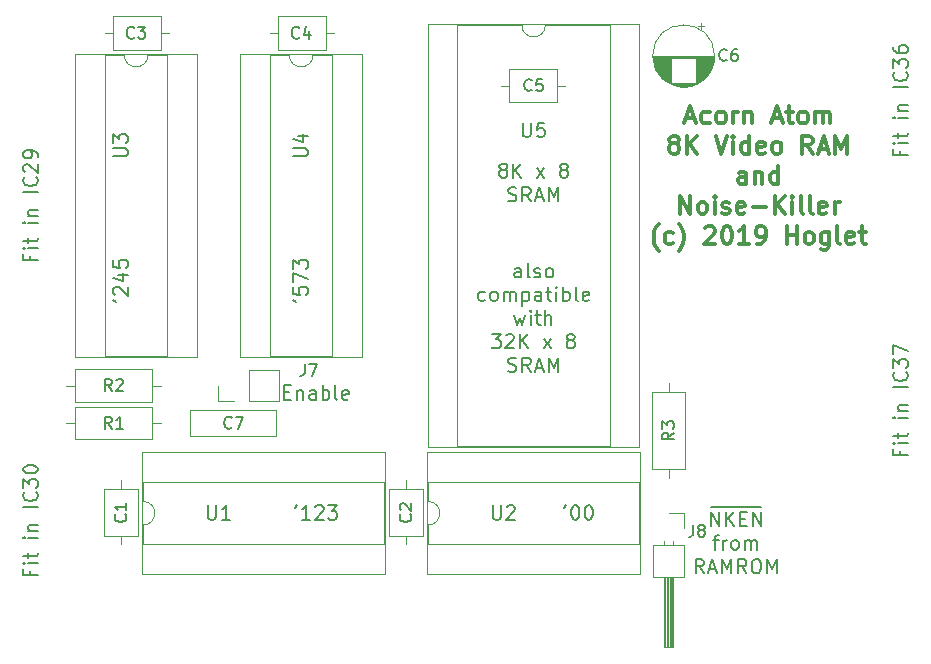
<source format=gto>
G04 #@! TF.GenerationSoftware,KiCad,Pcbnew,5.0.2-bee76a0~70~ubuntu16.04.1*
G04 #@! TF.CreationDate,2019-04-14T18:23:41+01:00*
G04 #@! TF.ProjectId,AtomRamAndNoiseKiller,41746f6d-5261-46d4-916e-644e6f697365,rev?*
G04 #@! TF.SameCoordinates,PX8e4fe28PY93c3260*
G04 #@! TF.FileFunction,Legend,Top*
G04 #@! TF.FilePolarity,Positive*
%FSLAX46Y46*%
G04 Gerber Fmt 4.6, Leading zero omitted, Abs format (unit mm)*
G04 Created by KiCad (PCBNEW 5.0.2-bee76a0~70~ubuntu16.04.1) date Sun 14 Apr 2019 18:23:41 BST*
%MOMM*%
%LPD*%
G01*
G04 APERTURE LIST*
%ADD10C,0.200000*%
%ADD11C,0.300000*%
%ADD12C,0.120000*%
%ADD13C,0.150000*%
G04 APERTURE END LIST*
D10*
X58801000Y7493000D02*
X63068200Y7493000D01*
X23742857Y7642143D02*
X23628571Y7413572D01*
X24885714Y6442143D02*
X24200000Y6442143D01*
X24542857Y6442143D02*
X24542857Y7642143D01*
X24428571Y7470715D01*
X24314285Y7356429D01*
X24200000Y7299286D01*
X25342857Y7527858D02*
X25400000Y7585000D01*
X25514285Y7642143D01*
X25800000Y7642143D01*
X25914285Y7585000D01*
X25971428Y7527858D01*
X26028571Y7413572D01*
X26028571Y7299286D01*
X25971428Y7127858D01*
X25285714Y6442143D01*
X26028571Y6442143D01*
X26428571Y7642143D02*
X27171428Y7642143D01*
X26771428Y7185000D01*
X26942857Y7185000D01*
X27057142Y7127858D01*
X27114285Y7070715D01*
X27171428Y6956429D01*
X27171428Y6670715D01*
X27114285Y6556429D01*
X27057142Y6499286D01*
X26942857Y6442143D01*
X26600000Y6442143D01*
X26485714Y6499286D01*
X26428571Y6556429D01*
X46539285Y7642143D02*
X46425000Y7413572D01*
X47282142Y7642143D02*
X47396428Y7642143D01*
X47510714Y7585000D01*
X47567857Y7527858D01*
X47625000Y7413572D01*
X47682142Y7185000D01*
X47682142Y6899286D01*
X47625000Y6670715D01*
X47567857Y6556429D01*
X47510714Y6499286D01*
X47396428Y6442143D01*
X47282142Y6442143D01*
X47167857Y6499286D01*
X47110714Y6556429D01*
X47053571Y6670715D01*
X46996428Y6899286D01*
X46996428Y7185000D01*
X47053571Y7413572D01*
X47110714Y7527858D01*
X47167857Y7585000D01*
X47282142Y7642143D01*
X48425000Y7642143D02*
X48539285Y7642143D01*
X48653571Y7585000D01*
X48710714Y7527858D01*
X48767857Y7413572D01*
X48825000Y7185000D01*
X48825000Y6899286D01*
X48767857Y6670715D01*
X48710714Y6556429D01*
X48653571Y6499286D01*
X48539285Y6442143D01*
X48425000Y6442143D01*
X48310714Y6499286D01*
X48253571Y6556429D01*
X48196428Y6670715D01*
X48139285Y6899286D01*
X48139285Y7185000D01*
X48196428Y7413572D01*
X48253571Y7527858D01*
X48310714Y7585000D01*
X48425000Y7642143D01*
X23472857Y25012858D02*
X23701428Y24898572D01*
X23472857Y26098572D02*
X23472857Y25527143D01*
X24044285Y25470000D01*
X23987142Y25527143D01*
X23930000Y25641429D01*
X23930000Y25927143D01*
X23987142Y26041429D01*
X24044285Y26098572D01*
X24158571Y26155715D01*
X24444285Y26155715D01*
X24558571Y26098572D01*
X24615714Y26041429D01*
X24672857Y25927143D01*
X24672857Y25641429D01*
X24615714Y25527143D01*
X24558571Y25470000D01*
X23472857Y26555715D02*
X23472857Y27355715D01*
X24672857Y26841429D01*
X23472857Y27698572D02*
X23472857Y28441429D01*
X23930000Y28041429D01*
X23930000Y28212858D01*
X23987142Y28327143D01*
X24044285Y28384286D01*
X24158571Y28441429D01*
X24444285Y28441429D01*
X24558571Y28384286D01*
X24615714Y28327143D01*
X24672857Y28212858D01*
X24672857Y27870000D01*
X24615714Y27755715D01*
X24558571Y27698572D01*
X8232857Y25012858D02*
X8461428Y24898572D01*
X8347142Y25470000D02*
X8290000Y25527143D01*
X8232857Y25641429D01*
X8232857Y25927143D01*
X8290000Y26041429D01*
X8347142Y26098572D01*
X8461428Y26155715D01*
X8575714Y26155715D01*
X8747142Y26098572D01*
X9432857Y25412858D01*
X9432857Y26155715D01*
X8632857Y27184286D02*
X9432857Y27184286D01*
X8175714Y26898572D02*
X9032857Y26612858D01*
X9032857Y27355715D01*
X8232857Y28384286D02*
X8232857Y27812858D01*
X8804285Y27755715D01*
X8747142Y27812858D01*
X8690000Y27927143D01*
X8690000Y28212858D01*
X8747142Y28327143D01*
X8804285Y28384286D01*
X8918571Y28441429D01*
X9204285Y28441429D01*
X9318571Y28384286D01*
X9375714Y28327143D01*
X9432857Y28212858D01*
X9432857Y27927143D01*
X9375714Y27812858D01*
X9318571Y27755715D01*
X42729285Y26952143D02*
X42729285Y27580715D01*
X42672142Y27695000D01*
X42557857Y27752143D01*
X42329285Y27752143D01*
X42215000Y27695000D01*
X42729285Y27009286D02*
X42615000Y26952143D01*
X42329285Y26952143D01*
X42215000Y27009286D01*
X42157857Y27123572D01*
X42157857Y27237858D01*
X42215000Y27352143D01*
X42329285Y27409286D01*
X42615000Y27409286D01*
X42729285Y27466429D01*
X43472142Y26952143D02*
X43357857Y27009286D01*
X43300714Y27123572D01*
X43300714Y28152143D01*
X43872142Y27009286D02*
X43986428Y26952143D01*
X44215000Y26952143D01*
X44329285Y27009286D01*
X44386428Y27123572D01*
X44386428Y27180715D01*
X44329285Y27295000D01*
X44215000Y27352143D01*
X44043571Y27352143D01*
X43929285Y27409286D01*
X43872142Y27523572D01*
X43872142Y27580715D01*
X43929285Y27695000D01*
X44043571Y27752143D01*
X44215000Y27752143D01*
X44329285Y27695000D01*
X45072142Y26952143D02*
X44957857Y27009286D01*
X44900714Y27066429D01*
X44843571Y27180715D01*
X44843571Y27523572D01*
X44900714Y27637858D01*
X44957857Y27695000D01*
X45072142Y27752143D01*
X45243571Y27752143D01*
X45357857Y27695000D01*
X45415000Y27637858D01*
X45472142Y27523572D01*
X45472142Y27180715D01*
X45415000Y27066429D01*
X45357857Y27009286D01*
X45243571Y26952143D01*
X45072142Y26952143D01*
X39672142Y25009286D02*
X39557857Y24952143D01*
X39329285Y24952143D01*
X39215000Y25009286D01*
X39157857Y25066429D01*
X39100714Y25180715D01*
X39100714Y25523572D01*
X39157857Y25637858D01*
X39215000Y25695000D01*
X39329285Y25752143D01*
X39557857Y25752143D01*
X39672142Y25695000D01*
X40357857Y24952143D02*
X40243571Y25009286D01*
X40186428Y25066429D01*
X40129285Y25180715D01*
X40129285Y25523572D01*
X40186428Y25637858D01*
X40243571Y25695000D01*
X40357857Y25752143D01*
X40529285Y25752143D01*
X40643571Y25695000D01*
X40700714Y25637858D01*
X40757857Y25523572D01*
X40757857Y25180715D01*
X40700714Y25066429D01*
X40643571Y25009286D01*
X40529285Y24952143D01*
X40357857Y24952143D01*
X41272142Y24952143D02*
X41272142Y25752143D01*
X41272142Y25637858D02*
X41329285Y25695000D01*
X41443571Y25752143D01*
X41615000Y25752143D01*
X41729285Y25695000D01*
X41786428Y25580715D01*
X41786428Y24952143D01*
X41786428Y25580715D02*
X41843571Y25695000D01*
X41957857Y25752143D01*
X42129285Y25752143D01*
X42243571Y25695000D01*
X42300714Y25580715D01*
X42300714Y24952143D01*
X42872142Y25752143D02*
X42872142Y24552143D01*
X42872142Y25695000D02*
X42986428Y25752143D01*
X43215000Y25752143D01*
X43329285Y25695000D01*
X43386428Y25637858D01*
X43443571Y25523572D01*
X43443571Y25180715D01*
X43386428Y25066429D01*
X43329285Y25009286D01*
X43215000Y24952143D01*
X42986428Y24952143D01*
X42872142Y25009286D01*
X44472142Y24952143D02*
X44472142Y25580715D01*
X44415000Y25695000D01*
X44300714Y25752143D01*
X44072142Y25752143D01*
X43957857Y25695000D01*
X44472142Y25009286D02*
X44357857Y24952143D01*
X44072142Y24952143D01*
X43957857Y25009286D01*
X43900714Y25123572D01*
X43900714Y25237858D01*
X43957857Y25352143D01*
X44072142Y25409286D01*
X44357857Y25409286D01*
X44472142Y25466429D01*
X44872142Y25752143D02*
X45329285Y25752143D01*
X45043571Y26152143D02*
X45043571Y25123572D01*
X45100714Y25009286D01*
X45215000Y24952143D01*
X45329285Y24952143D01*
X45729285Y24952143D02*
X45729285Y25752143D01*
X45729285Y26152143D02*
X45672142Y26095000D01*
X45729285Y26037858D01*
X45786428Y26095000D01*
X45729285Y26152143D01*
X45729285Y26037858D01*
X46300714Y24952143D02*
X46300714Y26152143D01*
X46300714Y25695000D02*
X46415000Y25752143D01*
X46643571Y25752143D01*
X46757857Y25695000D01*
X46815000Y25637858D01*
X46872142Y25523572D01*
X46872142Y25180715D01*
X46815000Y25066429D01*
X46757857Y25009286D01*
X46643571Y24952143D01*
X46415000Y24952143D01*
X46300714Y25009286D01*
X47557857Y24952143D02*
X47443571Y25009286D01*
X47386428Y25123572D01*
X47386428Y26152143D01*
X48472142Y25009286D02*
X48357857Y24952143D01*
X48129285Y24952143D01*
X48015000Y25009286D01*
X47957857Y25123572D01*
X47957857Y25580715D01*
X48015000Y25695000D01*
X48129285Y25752143D01*
X48357857Y25752143D01*
X48472142Y25695000D01*
X48529285Y25580715D01*
X48529285Y25466429D01*
X47957857Y25352143D01*
X42186428Y23752143D02*
X42415000Y22952143D01*
X42643571Y23523572D01*
X42872142Y22952143D01*
X43100714Y23752143D01*
X43557857Y22952143D02*
X43557857Y23752143D01*
X43557857Y24152143D02*
X43500714Y24095000D01*
X43557857Y24037858D01*
X43615000Y24095000D01*
X43557857Y24152143D01*
X43557857Y24037858D01*
X43957857Y23752143D02*
X44415000Y23752143D01*
X44129285Y24152143D02*
X44129285Y23123572D01*
X44186428Y23009286D01*
X44300714Y22952143D01*
X44415000Y22952143D01*
X44815000Y22952143D02*
X44815000Y24152143D01*
X45329285Y22952143D02*
X45329285Y23580715D01*
X45272142Y23695000D01*
X45157857Y23752143D01*
X44986428Y23752143D01*
X44872142Y23695000D01*
X44815000Y23637858D01*
X40272142Y22152143D02*
X41015000Y22152143D01*
X40615000Y21695000D01*
X40786428Y21695000D01*
X40900714Y21637858D01*
X40957857Y21580715D01*
X41015000Y21466429D01*
X41015000Y21180715D01*
X40957857Y21066429D01*
X40900714Y21009286D01*
X40786428Y20952143D01*
X40443571Y20952143D01*
X40329285Y21009286D01*
X40272142Y21066429D01*
X41472142Y22037858D02*
X41529285Y22095000D01*
X41643571Y22152143D01*
X41929285Y22152143D01*
X42043571Y22095000D01*
X42100714Y22037858D01*
X42157857Y21923572D01*
X42157857Y21809286D01*
X42100714Y21637858D01*
X41415000Y20952143D01*
X42157857Y20952143D01*
X42672142Y20952143D02*
X42672142Y22152143D01*
X43357857Y20952143D02*
X42843571Y21637858D01*
X43357857Y22152143D02*
X42672142Y21466429D01*
X44672142Y20952143D02*
X45300714Y21752143D01*
X44672142Y21752143D02*
X45300714Y20952143D01*
X46843571Y21637858D02*
X46729285Y21695000D01*
X46672142Y21752143D01*
X46615000Y21866429D01*
X46615000Y21923572D01*
X46672142Y22037858D01*
X46729285Y22095000D01*
X46843571Y22152143D01*
X47072142Y22152143D01*
X47186428Y22095000D01*
X47243571Y22037858D01*
X47300714Y21923572D01*
X47300714Y21866429D01*
X47243571Y21752143D01*
X47186428Y21695000D01*
X47072142Y21637858D01*
X46843571Y21637858D01*
X46729285Y21580715D01*
X46672142Y21523572D01*
X46615000Y21409286D01*
X46615000Y21180715D01*
X46672142Y21066429D01*
X46729285Y21009286D01*
X46843571Y20952143D01*
X47072142Y20952143D01*
X47186428Y21009286D01*
X47243571Y21066429D01*
X47300714Y21180715D01*
X47300714Y21409286D01*
X47243571Y21523572D01*
X47186428Y21580715D01*
X47072142Y21637858D01*
X41672142Y19009286D02*
X41843571Y18952143D01*
X42129285Y18952143D01*
X42243571Y19009286D01*
X42300714Y19066429D01*
X42357857Y19180715D01*
X42357857Y19295000D01*
X42300714Y19409286D01*
X42243571Y19466429D01*
X42129285Y19523572D01*
X41900714Y19580715D01*
X41786428Y19637858D01*
X41729285Y19695000D01*
X41672142Y19809286D01*
X41672142Y19923572D01*
X41729285Y20037858D01*
X41786428Y20095000D01*
X41900714Y20152143D01*
X42186428Y20152143D01*
X42357857Y20095000D01*
X43557857Y18952143D02*
X43157857Y19523572D01*
X42872142Y18952143D02*
X42872142Y20152143D01*
X43329285Y20152143D01*
X43443571Y20095000D01*
X43500714Y20037858D01*
X43557857Y19923572D01*
X43557857Y19752143D01*
X43500714Y19637858D01*
X43443571Y19580715D01*
X43329285Y19523572D01*
X42872142Y19523572D01*
X44015000Y19295000D02*
X44586428Y19295000D01*
X43900714Y18952143D02*
X44300714Y20152143D01*
X44700714Y18952143D01*
X45100714Y18952143D02*
X45100714Y20152143D01*
X45500714Y19295000D01*
X45900714Y20152143D01*
X45900714Y18952143D01*
X74844285Y12281429D02*
X74844285Y11881429D01*
X75472857Y11881429D02*
X74272857Y11881429D01*
X74272857Y12452858D01*
X75472857Y12910000D02*
X74672857Y12910000D01*
X74272857Y12910000D02*
X74330000Y12852858D01*
X74387142Y12910000D01*
X74330000Y12967143D01*
X74272857Y12910000D01*
X74387142Y12910000D01*
X74672857Y13310000D02*
X74672857Y13767143D01*
X74272857Y13481429D02*
X75301428Y13481429D01*
X75415714Y13538572D01*
X75472857Y13652858D01*
X75472857Y13767143D01*
X75472857Y15081429D02*
X74672857Y15081429D01*
X74272857Y15081429D02*
X74330000Y15024286D01*
X74387142Y15081429D01*
X74330000Y15138572D01*
X74272857Y15081429D01*
X74387142Y15081429D01*
X74672857Y15652858D02*
X75472857Y15652858D01*
X74787142Y15652858D02*
X74730000Y15710000D01*
X74672857Y15824286D01*
X74672857Y15995715D01*
X74730000Y16110000D01*
X74844285Y16167143D01*
X75472857Y16167143D01*
X75472857Y17652858D02*
X74272857Y17652858D01*
X75358571Y18910000D02*
X75415714Y18852858D01*
X75472857Y18681429D01*
X75472857Y18567143D01*
X75415714Y18395715D01*
X75301428Y18281429D01*
X75187142Y18224286D01*
X74958571Y18167143D01*
X74787142Y18167143D01*
X74558571Y18224286D01*
X74444285Y18281429D01*
X74330000Y18395715D01*
X74272857Y18567143D01*
X74272857Y18681429D01*
X74330000Y18852858D01*
X74387142Y18910000D01*
X74272857Y19310000D02*
X74272857Y20052858D01*
X74730000Y19652858D01*
X74730000Y19824286D01*
X74787142Y19938572D01*
X74844285Y19995715D01*
X74958571Y20052858D01*
X75244285Y20052858D01*
X75358571Y19995715D01*
X75415714Y19938572D01*
X75472857Y19824286D01*
X75472857Y19481429D01*
X75415714Y19367143D01*
X75358571Y19310000D01*
X74272857Y20452858D02*
X74272857Y21252858D01*
X75472857Y20738572D01*
X74844285Y37681429D02*
X74844285Y37281429D01*
X75472857Y37281429D02*
X74272857Y37281429D01*
X74272857Y37852858D01*
X75472857Y38310000D02*
X74672857Y38310000D01*
X74272857Y38310000D02*
X74330000Y38252858D01*
X74387142Y38310000D01*
X74330000Y38367143D01*
X74272857Y38310000D01*
X74387142Y38310000D01*
X74672857Y38710000D02*
X74672857Y39167143D01*
X74272857Y38881429D02*
X75301428Y38881429D01*
X75415714Y38938572D01*
X75472857Y39052858D01*
X75472857Y39167143D01*
X75472857Y40481429D02*
X74672857Y40481429D01*
X74272857Y40481429D02*
X74330000Y40424286D01*
X74387142Y40481429D01*
X74330000Y40538572D01*
X74272857Y40481429D01*
X74387142Y40481429D01*
X74672857Y41052858D02*
X75472857Y41052858D01*
X74787142Y41052858D02*
X74730000Y41110000D01*
X74672857Y41224286D01*
X74672857Y41395715D01*
X74730000Y41510000D01*
X74844285Y41567143D01*
X75472857Y41567143D01*
X75472857Y43052858D02*
X74272857Y43052858D01*
X75358571Y44310000D02*
X75415714Y44252858D01*
X75472857Y44081429D01*
X75472857Y43967143D01*
X75415714Y43795715D01*
X75301428Y43681429D01*
X75187142Y43624286D01*
X74958571Y43567143D01*
X74787142Y43567143D01*
X74558571Y43624286D01*
X74444285Y43681429D01*
X74330000Y43795715D01*
X74272857Y43967143D01*
X74272857Y44081429D01*
X74330000Y44252858D01*
X74387142Y44310000D01*
X74272857Y44710000D02*
X74272857Y45452858D01*
X74730000Y45052858D01*
X74730000Y45224286D01*
X74787142Y45338572D01*
X74844285Y45395715D01*
X74958571Y45452858D01*
X75244285Y45452858D01*
X75358571Y45395715D01*
X75415714Y45338572D01*
X75472857Y45224286D01*
X75472857Y44881429D01*
X75415714Y44767143D01*
X75358571Y44710000D01*
X74272857Y46481429D02*
X74272857Y46252858D01*
X74330000Y46138572D01*
X74387142Y46081429D01*
X74558571Y45967143D01*
X74787142Y45910000D01*
X75244285Y45910000D01*
X75358571Y45967143D01*
X75415714Y46024286D01*
X75472857Y46138572D01*
X75472857Y46367143D01*
X75415714Y46481429D01*
X75358571Y46538572D01*
X75244285Y46595715D01*
X74958571Y46595715D01*
X74844285Y46538572D01*
X74787142Y46481429D01*
X74730000Y46367143D01*
X74730000Y46138572D01*
X74787142Y46024286D01*
X74844285Y45967143D01*
X74958571Y45910000D01*
X58845714Y5902143D02*
X58845714Y7102143D01*
X59531428Y5902143D01*
X59531428Y7102143D01*
X60102857Y5902143D02*
X60102857Y7102143D01*
X60788571Y5902143D02*
X60274285Y6587858D01*
X60788571Y7102143D02*
X60102857Y6416429D01*
X61302857Y6530715D02*
X61702857Y6530715D01*
X61874285Y5902143D02*
X61302857Y5902143D01*
X61302857Y7102143D01*
X61874285Y7102143D01*
X62388571Y5902143D02*
X62388571Y7102143D01*
X63074285Y5902143D01*
X63074285Y7102143D01*
X59017142Y4702143D02*
X59474285Y4702143D01*
X59188571Y3902143D02*
X59188571Y4930715D01*
X59245714Y5045000D01*
X59360000Y5102143D01*
X59474285Y5102143D01*
X59874285Y3902143D02*
X59874285Y4702143D01*
X59874285Y4473572D02*
X59931428Y4587858D01*
X59988571Y4645000D01*
X60102857Y4702143D01*
X60217142Y4702143D01*
X60788571Y3902143D02*
X60674285Y3959286D01*
X60617142Y4016429D01*
X60560000Y4130715D01*
X60560000Y4473572D01*
X60617142Y4587858D01*
X60674285Y4645000D01*
X60788571Y4702143D01*
X60960000Y4702143D01*
X61074285Y4645000D01*
X61131428Y4587858D01*
X61188571Y4473572D01*
X61188571Y4130715D01*
X61131428Y4016429D01*
X61074285Y3959286D01*
X60960000Y3902143D01*
X60788571Y3902143D01*
X61702857Y3902143D02*
X61702857Y4702143D01*
X61702857Y4587858D02*
X61760000Y4645000D01*
X61874285Y4702143D01*
X62045714Y4702143D01*
X62160000Y4645000D01*
X62217142Y4530715D01*
X62217142Y3902143D01*
X62217142Y4530715D02*
X62274285Y4645000D01*
X62388571Y4702143D01*
X62560000Y4702143D01*
X62674285Y4645000D01*
X62731428Y4530715D01*
X62731428Y3902143D01*
X58217142Y1902143D02*
X57817142Y2473572D01*
X57531428Y1902143D02*
X57531428Y3102143D01*
X57988571Y3102143D01*
X58102857Y3045000D01*
X58160000Y2987858D01*
X58217142Y2873572D01*
X58217142Y2702143D01*
X58160000Y2587858D01*
X58102857Y2530715D01*
X57988571Y2473572D01*
X57531428Y2473572D01*
X58674285Y2245000D02*
X59245714Y2245000D01*
X58560000Y1902143D02*
X58960000Y3102143D01*
X59360000Y1902143D01*
X59760000Y1902143D02*
X59760000Y3102143D01*
X60160000Y2245000D01*
X60560000Y3102143D01*
X60560000Y1902143D01*
X61817142Y1902143D02*
X61417142Y2473572D01*
X61131428Y1902143D02*
X61131428Y3102143D01*
X61588571Y3102143D01*
X61702857Y3045000D01*
X61760000Y2987858D01*
X61817142Y2873572D01*
X61817142Y2702143D01*
X61760000Y2587858D01*
X61702857Y2530715D01*
X61588571Y2473572D01*
X61131428Y2473572D01*
X62560000Y3102143D02*
X62788571Y3102143D01*
X62902857Y3045000D01*
X63017142Y2930715D01*
X63074285Y2702143D01*
X63074285Y2302143D01*
X63017142Y2073572D01*
X62902857Y1959286D01*
X62788571Y1902143D01*
X62560000Y1902143D01*
X62445714Y1959286D01*
X62331428Y2073572D01*
X62274285Y2302143D01*
X62274285Y2702143D01*
X62331428Y2930715D01*
X62445714Y3045000D01*
X62560000Y3102143D01*
X63588571Y1902143D02*
X63588571Y3102143D01*
X63988571Y2245000D01*
X64388571Y3102143D01*
X64388571Y1902143D01*
X22685714Y17230715D02*
X23085714Y17230715D01*
X23257142Y16602143D02*
X22685714Y16602143D01*
X22685714Y17802143D01*
X23257142Y17802143D01*
X23771428Y17402143D02*
X23771428Y16602143D01*
X23771428Y17287858D02*
X23828571Y17345000D01*
X23942857Y17402143D01*
X24114285Y17402143D01*
X24228571Y17345000D01*
X24285714Y17230715D01*
X24285714Y16602143D01*
X25371428Y16602143D02*
X25371428Y17230715D01*
X25314285Y17345000D01*
X25200000Y17402143D01*
X24971428Y17402143D01*
X24857142Y17345000D01*
X25371428Y16659286D02*
X25257142Y16602143D01*
X24971428Y16602143D01*
X24857142Y16659286D01*
X24800000Y16773572D01*
X24800000Y16887858D01*
X24857142Y17002143D01*
X24971428Y17059286D01*
X25257142Y17059286D01*
X25371428Y17116429D01*
X25942857Y16602143D02*
X25942857Y17802143D01*
X25942857Y17345000D02*
X26057142Y17402143D01*
X26285714Y17402143D01*
X26400000Y17345000D01*
X26457142Y17287858D01*
X26514285Y17173572D01*
X26514285Y16830715D01*
X26457142Y16716429D01*
X26400000Y16659286D01*
X26285714Y16602143D01*
X26057142Y16602143D01*
X25942857Y16659286D01*
X27200000Y16602143D02*
X27085714Y16659286D01*
X27028571Y16773572D01*
X27028571Y17802143D01*
X28114285Y16659286D02*
X28000000Y16602143D01*
X27771428Y16602143D01*
X27657142Y16659286D01*
X27600000Y16773572D01*
X27600000Y17230715D01*
X27657142Y17345000D01*
X27771428Y17402143D01*
X28000000Y17402143D01*
X28114285Y17345000D01*
X28171428Y17230715D01*
X28171428Y17116429D01*
X27600000Y17002143D01*
X1184285Y2121429D02*
X1184285Y1721429D01*
X1812857Y1721429D02*
X612857Y1721429D01*
X612857Y2292858D01*
X1812857Y2750000D02*
X1012857Y2750000D01*
X612857Y2750000D02*
X670000Y2692858D01*
X727142Y2750000D01*
X670000Y2807143D01*
X612857Y2750000D01*
X727142Y2750000D01*
X1012857Y3150000D02*
X1012857Y3607143D01*
X612857Y3321429D02*
X1641428Y3321429D01*
X1755714Y3378572D01*
X1812857Y3492858D01*
X1812857Y3607143D01*
X1812857Y4921429D02*
X1012857Y4921429D01*
X612857Y4921429D02*
X670000Y4864286D01*
X727142Y4921429D01*
X670000Y4978572D01*
X612857Y4921429D01*
X727142Y4921429D01*
X1012857Y5492858D02*
X1812857Y5492858D01*
X1127142Y5492858D02*
X1070000Y5550000D01*
X1012857Y5664286D01*
X1012857Y5835715D01*
X1070000Y5950000D01*
X1184285Y6007143D01*
X1812857Y6007143D01*
X1812857Y7492858D02*
X612857Y7492858D01*
X1698571Y8750000D02*
X1755714Y8692858D01*
X1812857Y8521429D01*
X1812857Y8407143D01*
X1755714Y8235715D01*
X1641428Y8121429D01*
X1527142Y8064286D01*
X1298571Y8007143D01*
X1127142Y8007143D01*
X898571Y8064286D01*
X784285Y8121429D01*
X670000Y8235715D01*
X612857Y8407143D01*
X612857Y8521429D01*
X670000Y8692858D01*
X727142Y8750000D01*
X612857Y9150000D02*
X612857Y9892858D01*
X1070000Y9492858D01*
X1070000Y9664286D01*
X1127142Y9778572D01*
X1184285Y9835715D01*
X1298571Y9892858D01*
X1584285Y9892858D01*
X1698571Y9835715D01*
X1755714Y9778572D01*
X1812857Y9664286D01*
X1812857Y9321429D01*
X1755714Y9207143D01*
X1698571Y9150000D01*
X612857Y10635715D02*
X612857Y10750000D01*
X670000Y10864286D01*
X727142Y10921429D01*
X841428Y10978572D01*
X1070000Y11035715D01*
X1355714Y11035715D01*
X1584285Y10978572D01*
X1698571Y10921429D01*
X1755714Y10864286D01*
X1812857Y10750000D01*
X1812857Y10635715D01*
X1755714Y10521429D01*
X1698571Y10464286D01*
X1584285Y10407143D01*
X1355714Y10350000D01*
X1070000Y10350000D01*
X841428Y10407143D01*
X727142Y10464286D01*
X670000Y10521429D01*
X612857Y10635715D01*
X1184285Y28791429D02*
X1184285Y28391429D01*
X1812857Y28391429D02*
X612857Y28391429D01*
X612857Y28962858D01*
X1812857Y29420000D02*
X1012857Y29420000D01*
X612857Y29420000D02*
X670000Y29362858D01*
X727142Y29420000D01*
X670000Y29477143D01*
X612857Y29420000D01*
X727142Y29420000D01*
X1012857Y29820000D02*
X1012857Y30277143D01*
X612857Y29991429D02*
X1641428Y29991429D01*
X1755714Y30048572D01*
X1812857Y30162858D01*
X1812857Y30277143D01*
X1812857Y31591429D02*
X1012857Y31591429D01*
X612857Y31591429D02*
X670000Y31534286D01*
X727142Y31591429D01*
X670000Y31648572D01*
X612857Y31591429D01*
X727142Y31591429D01*
X1012857Y32162858D02*
X1812857Y32162858D01*
X1127142Y32162858D02*
X1070000Y32220000D01*
X1012857Y32334286D01*
X1012857Y32505715D01*
X1070000Y32620000D01*
X1184285Y32677143D01*
X1812857Y32677143D01*
X1812857Y34162858D02*
X612857Y34162858D01*
X1698571Y35420000D02*
X1755714Y35362858D01*
X1812857Y35191429D01*
X1812857Y35077143D01*
X1755714Y34905715D01*
X1641428Y34791429D01*
X1527142Y34734286D01*
X1298571Y34677143D01*
X1127142Y34677143D01*
X898571Y34734286D01*
X784285Y34791429D01*
X670000Y34905715D01*
X612857Y35077143D01*
X612857Y35191429D01*
X670000Y35362858D01*
X727142Y35420000D01*
X727142Y35877143D02*
X670000Y35934286D01*
X612857Y36048572D01*
X612857Y36334286D01*
X670000Y36448572D01*
X727142Y36505715D01*
X841428Y36562858D01*
X955714Y36562858D01*
X1127142Y36505715D01*
X1812857Y35820000D01*
X1812857Y36562858D01*
X1812857Y37134286D02*
X1812857Y37362858D01*
X1755714Y37477143D01*
X1698571Y37534286D01*
X1527142Y37648572D01*
X1298571Y37705715D01*
X841428Y37705715D01*
X727142Y37648572D01*
X670000Y37591429D01*
X612857Y37477143D01*
X612857Y37248572D01*
X670000Y37134286D01*
X727142Y37077143D01*
X841428Y37020000D01*
X1127142Y37020000D01*
X1241428Y37077143D01*
X1298571Y37134286D01*
X1355714Y37248572D01*
X1355714Y37477143D01*
X1298571Y37591429D01*
X1241428Y37648572D01*
X1127142Y37705715D01*
D11*
X56722142Y40410000D02*
X57436428Y40410000D01*
X56579285Y39981429D02*
X57079285Y41481429D01*
X57579285Y39981429D01*
X58722142Y40052858D02*
X58579285Y39981429D01*
X58293571Y39981429D01*
X58150714Y40052858D01*
X58079285Y40124286D01*
X58007857Y40267143D01*
X58007857Y40695715D01*
X58079285Y40838572D01*
X58150714Y40910000D01*
X58293571Y40981429D01*
X58579285Y40981429D01*
X58722142Y40910000D01*
X59579285Y39981429D02*
X59436428Y40052858D01*
X59365000Y40124286D01*
X59293571Y40267143D01*
X59293571Y40695715D01*
X59365000Y40838572D01*
X59436428Y40910000D01*
X59579285Y40981429D01*
X59793571Y40981429D01*
X59936428Y40910000D01*
X60007857Y40838572D01*
X60079285Y40695715D01*
X60079285Y40267143D01*
X60007857Y40124286D01*
X59936428Y40052858D01*
X59793571Y39981429D01*
X59579285Y39981429D01*
X60722142Y39981429D02*
X60722142Y40981429D01*
X60722142Y40695715D02*
X60793571Y40838572D01*
X60865000Y40910000D01*
X61007857Y40981429D01*
X61150714Y40981429D01*
X61650714Y40981429D02*
X61650714Y39981429D01*
X61650714Y40838572D02*
X61722142Y40910000D01*
X61865000Y40981429D01*
X62079285Y40981429D01*
X62222142Y40910000D01*
X62293571Y40767143D01*
X62293571Y39981429D01*
X64079285Y40410000D02*
X64793571Y40410000D01*
X63936428Y39981429D02*
X64436428Y41481429D01*
X64936428Y39981429D01*
X65222142Y40981429D02*
X65793571Y40981429D01*
X65436428Y41481429D02*
X65436428Y40195715D01*
X65507857Y40052858D01*
X65650714Y39981429D01*
X65793571Y39981429D01*
X66507857Y39981429D02*
X66365000Y40052858D01*
X66293571Y40124286D01*
X66222142Y40267143D01*
X66222142Y40695715D01*
X66293571Y40838572D01*
X66365000Y40910000D01*
X66507857Y40981429D01*
X66722142Y40981429D01*
X66865000Y40910000D01*
X66936428Y40838572D01*
X67007857Y40695715D01*
X67007857Y40267143D01*
X66936428Y40124286D01*
X66865000Y40052858D01*
X66722142Y39981429D01*
X66507857Y39981429D01*
X67650714Y39981429D02*
X67650714Y40981429D01*
X67650714Y40838572D02*
X67722142Y40910000D01*
X67865000Y40981429D01*
X68079285Y40981429D01*
X68222142Y40910000D01*
X68293571Y40767143D01*
X68293571Y39981429D01*
X68293571Y40767143D02*
X68365000Y40910000D01*
X68507857Y40981429D01*
X68722142Y40981429D01*
X68865000Y40910000D01*
X68936428Y40767143D01*
X68936428Y39981429D01*
X55579285Y38288572D02*
X55436428Y38360000D01*
X55365000Y38431429D01*
X55293571Y38574286D01*
X55293571Y38645715D01*
X55365000Y38788572D01*
X55436428Y38860000D01*
X55579285Y38931429D01*
X55865000Y38931429D01*
X56007857Y38860000D01*
X56079285Y38788572D01*
X56150714Y38645715D01*
X56150714Y38574286D01*
X56079285Y38431429D01*
X56007857Y38360000D01*
X55865000Y38288572D01*
X55579285Y38288572D01*
X55436428Y38217143D01*
X55365000Y38145715D01*
X55293571Y38002858D01*
X55293571Y37717143D01*
X55365000Y37574286D01*
X55436428Y37502858D01*
X55579285Y37431429D01*
X55865000Y37431429D01*
X56007857Y37502858D01*
X56079285Y37574286D01*
X56150714Y37717143D01*
X56150714Y38002858D01*
X56079285Y38145715D01*
X56007857Y38217143D01*
X55865000Y38288572D01*
X56793571Y37431429D02*
X56793571Y38931429D01*
X57650714Y37431429D02*
X57007857Y38288572D01*
X57650714Y38931429D02*
X56793571Y38074286D01*
X59222142Y38931429D02*
X59722142Y37431429D01*
X60222142Y38931429D01*
X60722142Y37431429D02*
X60722142Y38431429D01*
X60722142Y38931429D02*
X60650714Y38860000D01*
X60722142Y38788572D01*
X60793571Y38860000D01*
X60722142Y38931429D01*
X60722142Y38788572D01*
X62079285Y37431429D02*
X62079285Y38931429D01*
X62079285Y37502858D02*
X61936428Y37431429D01*
X61650714Y37431429D01*
X61507857Y37502858D01*
X61436428Y37574286D01*
X61365000Y37717143D01*
X61365000Y38145715D01*
X61436428Y38288572D01*
X61507857Y38360000D01*
X61650714Y38431429D01*
X61936428Y38431429D01*
X62079285Y38360000D01*
X63365000Y37502858D02*
X63222142Y37431429D01*
X62936428Y37431429D01*
X62793571Y37502858D01*
X62722142Y37645715D01*
X62722142Y38217143D01*
X62793571Y38360000D01*
X62936428Y38431429D01*
X63222142Y38431429D01*
X63365000Y38360000D01*
X63436428Y38217143D01*
X63436428Y38074286D01*
X62722142Y37931429D01*
X64293571Y37431429D02*
X64150714Y37502858D01*
X64079285Y37574286D01*
X64007857Y37717143D01*
X64007857Y38145715D01*
X64079285Y38288572D01*
X64150714Y38360000D01*
X64293571Y38431429D01*
X64507857Y38431429D01*
X64650714Y38360000D01*
X64722142Y38288572D01*
X64793571Y38145715D01*
X64793571Y37717143D01*
X64722142Y37574286D01*
X64650714Y37502858D01*
X64507857Y37431429D01*
X64293571Y37431429D01*
X67436428Y37431429D02*
X66936428Y38145715D01*
X66579285Y37431429D02*
X66579285Y38931429D01*
X67150714Y38931429D01*
X67293571Y38860000D01*
X67365000Y38788572D01*
X67436428Y38645715D01*
X67436428Y38431429D01*
X67365000Y38288572D01*
X67293571Y38217143D01*
X67150714Y38145715D01*
X66579285Y38145715D01*
X68007857Y37860000D02*
X68722142Y37860000D01*
X67865000Y37431429D02*
X68365000Y38931429D01*
X68865000Y37431429D01*
X69365000Y37431429D02*
X69365000Y38931429D01*
X69865000Y37860000D01*
X70365000Y38931429D01*
X70365000Y37431429D01*
X61829285Y34881429D02*
X61829285Y35667143D01*
X61757857Y35810000D01*
X61615000Y35881429D01*
X61329285Y35881429D01*
X61186428Y35810000D01*
X61829285Y34952858D02*
X61686428Y34881429D01*
X61329285Y34881429D01*
X61186428Y34952858D01*
X61115000Y35095715D01*
X61115000Y35238572D01*
X61186428Y35381429D01*
X61329285Y35452858D01*
X61686428Y35452858D01*
X61829285Y35524286D01*
X62543571Y35881429D02*
X62543571Y34881429D01*
X62543571Y35738572D02*
X62615000Y35810000D01*
X62757857Y35881429D01*
X62972142Y35881429D01*
X63115000Y35810000D01*
X63186428Y35667143D01*
X63186428Y34881429D01*
X64543571Y34881429D02*
X64543571Y36381429D01*
X64543571Y34952858D02*
X64400714Y34881429D01*
X64115000Y34881429D01*
X63972142Y34952858D01*
X63900714Y35024286D01*
X63829285Y35167143D01*
X63829285Y35595715D01*
X63900714Y35738572D01*
X63972142Y35810000D01*
X64115000Y35881429D01*
X64400714Y35881429D01*
X64543571Y35810000D01*
X56222142Y32331429D02*
X56222142Y33831429D01*
X57079285Y32331429D01*
X57079285Y33831429D01*
X58007857Y32331429D02*
X57865000Y32402858D01*
X57793571Y32474286D01*
X57722142Y32617143D01*
X57722142Y33045715D01*
X57793571Y33188572D01*
X57865000Y33260000D01*
X58007857Y33331429D01*
X58222142Y33331429D01*
X58365000Y33260000D01*
X58436428Y33188572D01*
X58507857Y33045715D01*
X58507857Y32617143D01*
X58436428Y32474286D01*
X58365000Y32402858D01*
X58222142Y32331429D01*
X58007857Y32331429D01*
X59150714Y32331429D02*
X59150714Y33331429D01*
X59150714Y33831429D02*
X59079285Y33760000D01*
X59150714Y33688572D01*
X59222142Y33760000D01*
X59150714Y33831429D01*
X59150714Y33688572D01*
X59793571Y32402858D02*
X59936428Y32331429D01*
X60222142Y32331429D01*
X60365000Y32402858D01*
X60436428Y32545715D01*
X60436428Y32617143D01*
X60365000Y32760000D01*
X60222142Y32831429D01*
X60007857Y32831429D01*
X59865000Y32902858D01*
X59793571Y33045715D01*
X59793571Y33117143D01*
X59865000Y33260000D01*
X60007857Y33331429D01*
X60222142Y33331429D01*
X60365000Y33260000D01*
X61650714Y32402858D02*
X61507857Y32331429D01*
X61222142Y32331429D01*
X61079285Y32402858D01*
X61007857Y32545715D01*
X61007857Y33117143D01*
X61079285Y33260000D01*
X61222142Y33331429D01*
X61507857Y33331429D01*
X61650714Y33260000D01*
X61722142Y33117143D01*
X61722142Y32974286D01*
X61007857Y32831429D01*
X62365000Y32902858D02*
X63507857Y32902858D01*
X64222142Y32331429D02*
X64222142Y33831429D01*
X65079285Y32331429D02*
X64436428Y33188572D01*
X65079285Y33831429D02*
X64222142Y32974286D01*
X65722142Y32331429D02*
X65722142Y33331429D01*
X65722142Y33831429D02*
X65650714Y33760000D01*
X65722142Y33688572D01*
X65793571Y33760000D01*
X65722142Y33831429D01*
X65722142Y33688572D01*
X66650714Y32331429D02*
X66507857Y32402858D01*
X66436428Y32545715D01*
X66436428Y33831429D01*
X67436428Y32331429D02*
X67293571Y32402858D01*
X67222142Y32545715D01*
X67222142Y33831429D01*
X68579285Y32402858D02*
X68436428Y32331429D01*
X68150714Y32331429D01*
X68007857Y32402858D01*
X67936428Y32545715D01*
X67936428Y33117143D01*
X68007857Y33260000D01*
X68150714Y33331429D01*
X68436428Y33331429D01*
X68579285Y33260000D01*
X68650714Y33117143D01*
X68650714Y32974286D01*
X67936428Y32831429D01*
X69293571Y32331429D02*
X69293571Y33331429D01*
X69293571Y33045715D02*
X69365000Y33188572D01*
X69436428Y33260000D01*
X69579285Y33331429D01*
X69722142Y33331429D01*
X54400714Y29210000D02*
X54329285Y29281429D01*
X54186428Y29495715D01*
X54115000Y29638572D01*
X54043571Y29852858D01*
X53972142Y30210000D01*
X53972142Y30495715D01*
X54043571Y30852858D01*
X54115000Y31067143D01*
X54186428Y31210000D01*
X54329285Y31424286D01*
X54400714Y31495715D01*
X55615000Y29852858D02*
X55472142Y29781429D01*
X55186428Y29781429D01*
X55043571Y29852858D01*
X54972142Y29924286D01*
X54900714Y30067143D01*
X54900714Y30495715D01*
X54972142Y30638572D01*
X55043571Y30710000D01*
X55186428Y30781429D01*
X55472142Y30781429D01*
X55615000Y30710000D01*
X56115000Y29210000D02*
X56186428Y29281429D01*
X56329285Y29495715D01*
X56400714Y29638572D01*
X56472142Y29852858D01*
X56543571Y30210000D01*
X56543571Y30495715D01*
X56472142Y30852858D01*
X56400714Y31067143D01*
X56329285Y31210000D01*
X56186428Y31424286D01*
X56115000Y31495715D01*
X58329285Y31138572D02*
X58400714Y31210000D01*
X58543571Y31281429D01*
X58900714Y31281429D01*
X59043571Y31210000D01*
X59115000Y31138572D01*
X59186428Y30995715D01*
X59186428Y30852858D01*
X59115000Y30638572D01*
X58257857Y29781429D01*
X59186428Y29781429D01*
X60115000Y31281429D02*
X60257857Y31281429D01*
X60400714Y31210000D01*
X60472142Y31138572D01*
X60543571Y30995715D01*
X60615000Y30710000D01*
X60615000Y30352858D01*
X60543571Y30067143D01*
X60472142Y29924286D01*
X60400714Y29852858D01*
X60257857Y29781429D01*
X60115000Y29781429D01*
X59972142Y29852858D01*
X59900714Y29924286D01*
X59829285Y30067143D01*
X59757857Y30352858D01*
X59757857Y30710000D01*
X59829285Y30995715D01*
X59900714Y31138572D01*
X59972142Y31210000D01*
X60115000Y31281429D01*
X62043571Y29781429D02*
X61186428Y29781429D01*
X61615000Y29781429D02*
X61615000Y31281429D01*
X61472142Y31067143D01*
X61329285Y30924286D01*
X61186428Y30852858D01*
X62757857Y29781429D02*
X63043571Y29781429D01*
X63186428Y29852858D01*
X63257857Y29924286D01*
X63400714Y30138572D01*
X63472142Y30424286D01*
X63472142Y30995715D01*
X63400714Y31138572D01*
X63329285Y31210000D01*
X63186428Y31281429D01*
X62900714Y31281429D01*
X62757857Y31210000D01*
X62686428Y31138572D01*
X62615000Y30995715D01*
X62615000Y30638572D01*
X62686428Y30495715D01*
X62757857Y30424286D01*
X62900714Y30352858D01*
X63186428Y30352858D01*
X63329285Y30424286D01*
X63400714Y30495715D01*
X63472142Y30638572D01*
X65257857Y29781429D02*
X65257857Y31281429D01*
X65257857Y30567143D02*
X66115000Y30567143D01*
X66115000Y29781429D02*
X66115000Y31281429D01*
X67043571Y29781429D02*
X66900714Y29852858D01*
X66829285Y29924286D01*
X66757857Y30067143D01*
X66757857Y30495715D01*
X66829285Y30638572D01*
X66900714Y30710000D01*
X67043571Y30781429D01*
X67257857Y30781429D01*
X67400714Y30710000D01*
X67472142Y30638572D01*
X67543571Y30495715D01*
X67543571Y30067143D01*
X67472142Y29924286D01*
X67400714Y29852858D01*
X67257857Y29781429D01*
X67043571Y29781429D01*
X68829285Y30781429D02*
X68829285Y29567143D01*
X68757857Y29424286D01*
X68686428Y29352858D01*
X68543571Y29281429D01*
X68329285Y29281429D01*
X68186428Y29352858D01*
X68829285Y29852858D02*
X68686428Y29781429D01*
X68400714Y29781429D01*
X68257857Y29852858D01*
X68186428Y29924286D01*
X68115000Y30067143D01*
X68115000Y30495715D01*
X68186428Y30638572D01*
X68257857Y30710000D01*
X68400714Y30781429D01*
X68686428Y30781429D01*
X68829285Y30710000D01*
X69757857Y29781429D02*
X69615000Y29852858D01*
X69543571Y29995715D01*
X69543571Y31281429D01*
X70900714Y29852858D02*
X70757857Y29781429D01*
X70472142Y29781429D01*
X70329285Y29852858D01*
X70257857Y29995715D01*
X70257857Y30567143D01*
X70329285Y30710000D01*
X70472142Y30781429D01*
X70757857Y30781429D01*
X70900714Y30710000D01*
X70972142Y30567143D01*
X70972142Y30424286D01*
X70257857Y30281429D01*
X71400714Y30781429D02*
X71972142Y30781429D01*
X71615000Y31281429D02*
X71615000Y29995715D01*
X71686428Y29852858D01*
X71829285Y29781429D01*
X71972142Y29781429D01*
D10*
X41129285Y36067858D02*
X41015000Y36125000D01*
X40957857Y36182143D01*
X40900714Y36296429D01*
X40900714Y36353572D01*
X40957857Y36467858D01*
X41015000Y36525000D01*
X41129285Y36582143D01*
X41357857Y36582143D01*
X41472142Y36525000D01*
X41529285Y36467858D01*
X41586428Y36353572D01*
X41586428Y36296429D01*
X41529285Y36182143D01*
X41472142Y36125000D01*
X41357857Y36067858D01*
X41129285Y36067858D01*
X41015000Y36010715D01*
X40957857Y35953572D01*
X40900714Y35839286D01*
X40900714Y35610715D01*
X40957857Y35496429D01*
X41015000Y35439286D01*
X41129285Y35382143D01*
X41357857Y35382143D01*
X41472142Y35439286D01*
X41529285Y35496429D01*
X41586428Y35610715D01*
X41586428Y35839286D01*
X41529285Y35953572D01*
X41472142Y36010715D01*
X41357857Y36067858D01*
X42100714Y35382143D02*
X42100714Y36582143D01*
X42786428Y35382143D02*
X42272142Y36067858D01*
X42786428Y36582143D02*
X42100714Y35896429D01*
X44100714Y35382143D02*
X44729285Y36182143D01*
X44100714Y36182143D02*
X44729285Y35382143D01*
X46272142Y36067858D02*
X46157857Y36125000D01*
X46100714Y36182143D01*
X46043571Y36296429D01*
X46043571Y36353572D01*
X46100714Y36467858D01*
X46157857Y36525000D01*
X46272142Y36582143D01*
X46500714Y36582143D01*
X46615000Y36525000D01*
X46672142Y36467858D01*
X46729285Y36353572D01*
X46729285Y36296429D01*
X46672142Y36182143D01*
X46615000Y36125000D01*
X46500714Y36067858D01*
X46272142Y36067858D01*
X46157857Y36010715D01*
X46100714Y35953572D01*
X46043571Y35839286D01*
X46043571Y35610715D01*
X46100714Y35496429D01*
X46157857Y35439286D01*
X46272142Y35382143D01*
X46500714Y35382143D01*
X46615000Y35439286D01*
X46672142Y35496429D01*
X46729285Y35610715D01*
X46729285Y35839286D01*
X46672142Y35953572D01*
X46615000Y36010715D01*
X46500714Y36067858D01*
X41672142Y33439286D02*
X41843571Y33382143D01*
X42129285Y33382143D01*
X42243571Y33439286D01*
X42300714Y33496429D01*
X42357857Y33610715D01*
X42357857Y33725000D01*
X42300714Y33839286D01*
X42243571Y33896429D01*
X42129285Y33953572D01*
X41900714Y34010715D01*
X41786428Y34067858D01*
X41729285Y34125000D01*
X41672142Y34239286D01*
X41672142Y34353572D01*
X41729285Y34467858D01*
X41786428Y34525000D01*
X41900714Y34582143D01*
X42186428Y34582143D01*
X42357857Y34525000D01*
X43557857Y33382143D02*
X43157857Y33953572D01*
X42872142Y33382143D02*
X42872142Y34582143D01*
X43329285Y34582143D01*
X43443571Y34525000D01*
X43500714Y34467858D01*
X43557857Y34353572D01*
X43557857Y34182143D01*
X43500714Y34067858D01*
X43443571Y34010715D01*
X43329285Y33953572D01*
X42872142Y33953572D01*
X44015000Y33725000D02*
X44586428Y33725000D01*
X43900714Y33382143D02*
X44300714Y34582143D01*
X44700714Y33382143D01*
X45100714Y33382143D02*
X45100714Y34582143D01*
X45500714Y33725000D01*
X45900714Y34582143D01*
X45900714Y33382143D01*
D12*
G04 #@! TO.C,J7*
X17085000Y16450000D02*
X17085000Y17780000D01*
X18415000Y16450000D02*
X17085000Y16450000D01*
X19685000Y16450000D02*
X19685000Y19110000D01*
X19685000Y19110000D02*
X22285000Y19110000D01*
X19685000Y16450000D02*
X22285000Y16450000D01*
X22285000Y16450000D02*
X22285000Y19110000D01*
G04 #@! TO.C,J8*
X56515000Y6985000D02*
X56515000Y5715000D01*
X55245000Y6985000D02*
X56515000Y6985000D01*
X54865000Y4605000D02*
X54865000Y4275000D01*
X55625000Y4605000D02*
X55625000Y4275000D01*
X54965000Y1615000D02*
X54965000Y-4385000D01*
X55085000Y1615000D02*
X55085000Y-4385000D01*
X55205000Y1615000D02*
X55205000Y-4385000D01*
X55325000Y1615000D02*
X55325000Y-4385000D01*
X55445000Y1615000D02*
X55445000Y-4385000D01*
X55565000Y1615000D02*
X55565000Y-4385000D01*
X54865000Y-4385000D02*
X54865000Y1615000D01*
X55625000Y-4385000D02*
X54865000Y-4385000D01*
X55625000Y1615000D02*
X55625000Y-4385000D01*
X56575000Y1615000D02*
X56575000Y4275000D01*
X53915000Y1615000D02*
X56575000Y1615000D01*
X53915000Y4275000D02*
X53915000Y1615000D01*
X56575000Y4275000D02*
X53915000Y4275000D01*
G04 #@! TO.C,C1*
X8890000Y4335000D02*
X8890000Y5025000D01*
X8890000Y9755000D02*
X8890000Y9065000D01*
X10310000Y5025000D02*
X10310000Y9065000D01*
X7470000Y5025000D02*
X10310000Y5025000D01*
X7470000Y9065000D02*
X7470000Y5025000D01*
X10310000Y9065000D02*
X7470000Y9065000D01*
G04 #@! TO.C,C2*
X33020000Y4335000D02*
X33020000Y5025000D01*
X33020000Y9755000D02*
X33020000Y9065000D01*
X34440000Y5025000D02*
X34440000Y9065000D01*
X31600000Y5025000D02*
X34440000Y5025000D01*
X31600000Y9065000D02*
X31600000Y5025000D01*
X34440000Y9065000D02*
X31600000Y9065000D01*
G04 #@! TO.C,C3*
X7510000Y47625000D02*
X8200000Y47625000D01*
X12930000Y47625000D02*
X12240000Y47625000D01*
X8200000Y46205000D02*
X12240000Y46205000D01*
X8200000Y49045000D02*
X8200000Y46205000D01*
X12240000Y49045000D02*
X8200000Y49045000D01*
X12240000Y46205000D02*
X12240000Y49045000D01*
G04 #@! TO.C,C4*
X21480000Y47625000D02*
X22170000Y47625000D01*
X26900000Y47625000D02*
X26210000Y47625000D01*
X22170000Y46205000D02*
X26210000Y46205000D01*
X22170000Y49045000D02*
X22170000Y46205000D01*
X26210000Y49045000D02*
X22170000Y49045000D01*
X26210000Y46205000D02*
X26210000Y49045000D01*
G04 #@! TO.C,C5*
X46465000Y43180000D02*
X45775000Y43180000D01*
X41045000Y43180000D02*
X41735000Y43180000D01*
X45775000Y44600000D02*
X41735000Y44600000D01*
X45775000Y41760000D02*
X45775000Y44600000D01*
X41735000Y41760000D02*
X45775000Y41760000D01*
X41735000Y44600000D02*
X41735000Y41760000D01*
G04 #@! TO.C,U5*
X52765000Y48380000D02*
X34865000Y48380000D01*
X52765000Y12580000D02*
X52765000Y48380000D01*
X34865000Y12580000D02*
X52765000Y12580000D01*
X34865000Y48380000D02*
X34865000Y12580000D01*
X50275000Y48320000D02*
X44815000Y48320000D01*
X50275000Y12640000D02*
X50275000Y48320000D01*
X37355000Y12640000D02*
X50275000Y12640000D01*
X37355000Y48320000D02*
X37355000Y12640000D01*
X42815000Y48320000D02*
X37355000Y48320000D01*
X44815000Y48320000D02*
G75*
G02X42815000Y48320000I-1000000J0D01*
G01*
G04 #@! TO.C,C6*
X58240000Y48254775D02*
X57740000Y48254775D01*
X57990000Y48504775D02*
X57990000Y48004775D01*
X56799000Y43099000D02*
X56231000Y43099000D01*
X57033000Y43139000D02*
X55997000Y43139000D01*
X57192000Y43179000D02*
X55838000Y43179000D01*
X57320000Y43219000D02*
X55710000Y43219000D01*
X57430000Y43259000D02*
X55600000Y43259000D01*
X57526000Y43299000D02*
X55504000Y43299000D01*
X57613000Y43339000D02*
X55417000Y43339000D01*
X57693000Y43379000D02*
X55337000Y43379000D01*
X55475000Y43419000D02*
X55264000Y43419000D01*
X57766000Y43419000D02*
X57555000Y43419000D01*
X55475000Y43459000D02*
X55196000Y43459000D01*
X57834000Y43459000D02*
X57555000Y43459000D01*
X55475000Y43499000D02*
X55132000Y43499000D01*
X57898000Y43499000D02*
X57555000Y43499000D01*
X55475000Y43539000D02*
X55072000Y43539000D01*
X57958000Y43539000D02*
X57555000Y43539000D01*
X55475000Y43579000D02*
X55015000Y43579000D01*
X58015000Y43579000D02*
X57555000Y43579000D01*
X55475000Y43619000D02*
X54961000Y43619000D01*
X58069000Y43619000D02*
X57555000Y43619000D01*
X55475000Y43659000D02*
X54910000Y43659000D01*
X58120000Y43659000D02*
X57555000Y43659000D01*
X55475000Y43699000D02*
X54862000Y43699000D01*
X58168000Y43699000D02*
X57555000Y43699000D01*
X55475000Y43739000D02*
X54816000Y43739000D01*
X58214000Y43739000D02*
X57555000Y43739000D01*
X55475000Y43779000D02*
X54772000Y43779000D01*
X58258000Y43779000D02*
X57555000Y43779000D01*
X55475000Y43819000D02*
X54730000Y43819000D01*
X58300000Y43819000D02*
X57555000Y43819000D01*
X55475000Y43859000D02*
X54689000Y43859000D01*
X58341000Y43859000D02*
X57555000Y43859000D01*
X55475000Y43899000D02*
X54651000Y43899000D01*
X58379000Y43899000D02*
X57555000Y43899000D01*
X55475000Y43939000D02*
X54614000Y43939000D01*
X58416000Y43939000D02*
X57555000Y43939000D01*
X55475000Y43979000D02*
X54578000Y43979000D01*
X58452000Y43979000D02*
X57555000Y43979000D01*
X55475000Y44019000D02*
X54544000Y44019000D01*
X58486000Y44019000D02*
X57555000Y44019000D01*
X55475000Y44059000D02*
X54511000Y44059000D01*
X58519000Y44059000D02*
X57555000Y44059000D01*
X55475000Y44099000D02*
X54480000Y44099000D01*
X58550000Y44099000D02*
X57555000Y44099000D01*
X55475000Y44139000D02*
X54450000Y44139000D01*
X58580000Y44139000D02*
X57555000Y44139000D01*
X55475000Y44179000D02*
X54420000Y44179000D01*
X58610000Y44179000D02*
X57555000Y44179000D01*
X55475000Y44219000D02*
X54393000Y44219000D01*
X58637000Y44219000D02*
X57555000Y44219000D01*
X55475000Y44259000D02*
X54366000Y44259000D01*
X58664000Y44259000D02*
X57555000Y44259000D01*
X55475000Y44299000D02*
X54340000Y44299000D01*
X58690000Y44299000D02*
X57555000Y44299000D01*
X55475000Y44339000D02*
X54315000Y44339000D01*
X58715000Y44339000D02*
X57555000Y44339000D01*
X55475000Y44379000D02*
X54291000Y44379000D01*
X58739000Y44379000D02*
X57555000Y44379000D01*
X55475000Y44419000D02*
X54268000Y44419000D01*
X58762000Y44419000D02*
X57555000Y44419000D01*
X55475000Y44459000D02*
X54247000Y44459000D01*
X58783000Y44459000D02*
X57555000Y44459000D01*
X55475000Y44499000D02*
X54225000Y44499000D01*
X58805000Y44499000D02*
X57555000Y44499000D01*
X55475000Y44539000D02*
X54205000Y44539000D01*
X58825000Y44539000D02*
X57555000Y44539000D01*
X55475000Y44579000D02*
X54186000Y44579000D01*
X58844000Y44579000D02*
X57555000Y44579000D01*
X55475000Y44619000D02*
X54167000Y44619000D01*
X58863000Y44619000D02*
X57555000Y44619000D01*
X55475000Y44659000D02*
X54150000Y44659000D01*
X58880000Y44659000D02*
X57555000Y44659000D01*
X55475000Y44699000D02*
X54133000Y44699000D01*
X58897000Y44699000D02*
X57555000Y44699000D01*
X55475000Y44739000D02*
X54117000Y44739000D01*
X58913000Y44739000D02*
X57555000Y44739000D01*
X55475000Y44779000D02*
X54101000Y44779000D01*
X58929000Y44779000D02*
X57555000Y44779000D01*
X55475000Y44819000D02*
X54087000Y44819000D01*
X58943000Y44819000D02*
X57555000Y44819000D01*
X55475000Y44859000D02*
X54073000Y44859000D01*
X58957000Y44859000D02*
X57555000Y44859000D01*
X55475000Y44899000D02*
X54060000Y44899000D01*
X58970000Y44899000D02*
X57555000Y44899000D01*
X55475000Y44939000D02*
X54047000Y44939000D01*
X58983000Y44939000D02*
X57555000Y44939000D01*
X55475000Y44979000D02*
X54035000Y44979000D01*
X58995000Y44979000D02*
X57555000Y44979000D01*
X55475000Y45020000D02*
X54024000Y45020000D01*
X59006000Y45020000D02*
X57555000Y45020000D01*
X55475000Y45060000D02*
X54014000Y45060000D01*
X59016000Y45060000D02*
X57555000Y45060000D01*
X55475000Y45100000D02*
X54004000Y45100000D01*
X59026000Y45100000D02*
X57555000Y45100000D01*
X55475000Y45140000D02*
X53995000Y45140000D01*
X59035000Y45140000D02*
X57555000Y45140000D01*
X55475000Y45180000D02*
X53987000Y45180000D01*
X59043000Y45180000D02*
X57555000Y45180000D01*
X55475000Y45220000D02*
X53979000Y45220000D01*
X59051000Y45220000D02*
X57555000Y45220000D01*
X55475000Y45260000D02*
X53972000Y45260000D01*
X59058000Y45260000D02*
X57555000Y45260000D01*
X55475000Y45300000D02*
X53965000Y45300000D01*
X59065000Y45300000D02*
X57555000Y45300000D01*
X55475000Y45340000D02*
X53959000Y45340000D01*
X59071000Y45340000D02*
X57555000Y45340000D01*
X55475000Y45380000D02*
X53954000Y45380000D01*
X59076000Y45380000D02*
X57555000Y45380000D01*
X55475000Y45420000D02*
X53950000Y45420000D01*
X59080000Y45420000D02*
X57555000Y45420000D01*
X55475000Y45460000D02*
X53946000Y45460000D01*
X59084000Y45460000D02*
X57555000Y45460000D01*
X59088000Y45500000D02*
X53942000Y45500000D01*
X59091000Y45540000D02*
X53939000Y45540000D01*
X59093000Y45580000D02*
X53937000Y45580000D01*
X59094000Y45620000D02*
X53936000Y45620000D01*
X59095000Y45660000D02*
X53935000Y45660000D01*
X59095000Y45700000D02*
X53935000Y45700000D01*
X59135000Y45700000D02*
G75*
G03X59135000Y45700000I-2620000J0D01*
G01*
G04 #@! TO.C,C7*
X21995000Y15725000D02*
X21995000Y13485000D01*
X14755000Y15725000D02*
X14755000Y13485000D01*
X14755000Y13485000D02*
X21995000Y13485000D01*
X14755000Y15725000D02*
X21995000Y15725000D01*
G04 #@! TO.C,U2*
X34805000Y12125000D02*
X34805000Y1845000D01*
X52825000Y12125000D02*
X34805000Y12125000D01*
X52825000Y1845000D02*
X52825000Y12125000D01*
X34805000Y1845000D02*
X52825000Y1845000D01*
X34865000Y9635000D02*
X34865000Y7985000D01*
X52765000Y9635000D02*
X34865000Y9635000D01*
X52765000Y4335000D02*
X52765000Y9635000D01*
X34865000Y4335000D02*
X52765000Y4335000D01*
X34865000Y5985000D02*
X34865000Y4335000D01*
X34865000Y7985000D02*
G75*
G02X34865000Y5985000I0J-1000000D01*
G01*
G04 #@! TO.C,U1*
X10675000Y12125000D02*
X10675000Y1845000D01*
X31235000Y12125000D02*
X10675000Y12125000D01*
X31235000Y1845000D02*
X31235000Y12125000D01*
X10675000Y1845000D02*
X31235000Y1845000D01*
X10735000Y9635000D02*
X10735000Y7985000D01*
X31175000Y9635000D02*
X10735000Y9635000D01*
X31175000Y4335000D02*
X31175000Y9635000D01*
X10735000Y4335000D02*
X31175000Y4335000D01*
X10735000Y5985000D02*
X10735000Y4335000D01*
X10735000Y7985000D02*
G75*
G02X10735000Y5985000I0J-1000000D01*
G01*
G04 #@! TO.C,U3*
X15300000Y45840000D02*
X5020000Y45840000D01*
X15300000Y20200000D02*
X15300000Y45840000D01*
X5020000Y20200000D02*
X15300000Y20200000D01*
X5020000Y45840000D02*
X5020000Y20200000D01*
X12810000Y45780000D02*
X11160000Y45780000D01*
X12810000Y20260000D02*
X12810000Y45780000D01*
X7510000Y20260000D02*
X12810000Y20260000D01*
X7510000Y45780000D02*
X7510000Y20260000D01*
X9160000Y45780000D02*
X7510000Y45780000D01*
X11160000Y45780000D02*
G75*
G02X9160000Y45780000I-1000000J0D01*
G01*
G04 #@! TO.C,U4*
X29270000Y45840000D02*
X18990000Y45840000D01*
X29270000Y20200000D02*
X29270000Y45840000D01*
X18990000Y20200000D02*
X29270000Y20200000D01*
X18990000Y45840000D02*
X18990000Y20200000D01*
X26780000Y45780000D02*
X25130000Y45780000D01*
X26780000Y20260000D02*
X26780000Y45780000D01*
X21480000Y20260000D02*
X26780000Y20260000D01*
X21480000Y45780000D02*
X21480000Y20260000D01*
X23130000Y45780000D02*
X21480000Y45780000D01*
X25130000Y45780000D02*
G75*
G02X23130000Y45780000I-1000000J0D01*
G01*
G04 #@! TO.C,R3*
X55245000Y18010000D02*
X55245000Y17240000D01*
X55245000Y9930000D02*
X55245000Y10700000D01*
X53875000Y17240000D02*
X53875000Y10700000D01*
X56615000Y17240000D02*
X53875000Y17240000D01*
X56615000Y10700000D02*
X56615000Y17240000D01*
X53875000Y10700000D02*
X56615000Y10700000D01*
G04 #@! TO.C,R1*
X12295000Y14605000D02*
X11525000Y14605000D01*
X4215000Y14605000D02*
X4985000Y14605000D01*
X11525000Y15975000D02*
X4985000Y15975000D01*
X11525000Y13235000D02*
X11525000Y15975000D01*
X4985000Y13235000D02*
X11525000Y13235000D01*
X4985000Y15975000D02*
X4985000Y13235000D01*
G04 #@! TO.C,R2*
X12295000Y17780000D02*
X11525000Y17780000D01*
X4215000Y17780000D02*
X4985000Y17780000D01*
X11525000Y19150000D02*
X4985000Y19150000D01*
X11525000Y16410000D02*
X11525000Y19150000D01*
X4985000Y16410000D02*
X11525000Y16410000D01*
X4985000Y19150000D02*
X4985000Y16410000D01*
G04 #@! TO.C,J7*
D13*
X24431666Y19597620D02*
X24431666Y18883334D01*
X24384047Y18740477D01*
X24288809Y18645239D01*
X24145952Y18597620D01*
X24050714Y18597620D01*
X24812619Y19597620D02*
X25479285Y19597620D01*
X25050714Y18597620D01*
G04 #@! TO.C,J8*
X57324666Y6008620D02*
X57324666Y5294334D01*
X57277047Y5151477D01*
X57181809Y5056239D01*
X57038952Y5008620D01*
X56943714Y5008620D01*
X57943714Y5580048D02*
X57848476Y5627667D01*
X57800857Y5675286D01*
X57753238Y5770524D01*
X57753238Y5818143D01*
X57800857Y5913381D01*
X57848476Y5961000D01*
X57943714Y6008620D01*
X58134190Y6008620D01*
X58229428Y5961000D01*
X58277047Y5913381D01*
X58324666Y5818143D01*
X58324666Y5770524D01*
X58277047Y5675286D01*
X58229428Y5627667D01*
X58134190Y5580048D01*
X57943714Y5580048D01*
X57848476Y5532429D01*
X57800857Y5484810D01*
X57753238Y5389572D01*
X57753238Y5199096D01*
X57800857Y5103858D01*
X57848476Y5056239D01*
X57943714Y5008620D01*
X58134190Y5008620D01*
X58229428Y5056239D01*
X58277047Y5103858D01*
X58324666Y5199096D01*
X58324666Y5389572D01*
X58277047Y5484810D01*
X58229428Y5532429D01*
X58134190Y5580048D01*
G04 #@! TO.C,C1*
X9247142Y6878334D02*
X9294761Y6830715D01*
X9342380Y6687858D01*
X9342380Y6592620D01*
X9294761Y6449762D01*
X9199523Y6354524D01*
X9104285Y6306905D01*
X8913809Y6259286D01*
X8770952Y6259286D01*
X8580476Y6306905D01*
X8485238Y6354524D01*
X8390000Y6449762D01*
X8342380Y6592620D01*
X8342380Y6687858D01*
X8390000Y6830715D01*
X8437619Y6878334D01*
X9342380Y7830715D02*
X9342380Y7259286D01*
X9342380Y7545000D02*
X8342380Y7545000D01*
X8485238Y7449762D01*
X8580476Y7354524D01*
X8628095Y7259286D01*
G04 #@! TO.C,C2*
X33377142Y6878334D02*
X33424761Y6830715D01*
X33472380Y6687858D01*
X33472380Y6592620D01*
X33424761Y6449762D01*
X33329523Y6354524D01*
X33234285Y6306905D01*
X33043809Y6259286D01*
X32900952Y6259286D01*
X32710476Y6306905D01*
X32615238Y6354524D01*
X32520000Y6449762D01*
X32472380Y6592620D01*
X32472380Y6687858D01*
X32520000Y6830715D01*
X32567619Y6878334D01*
X32567619Y7259286D02*
X32520000Y7306905D01*
X32472380Y7402143D01*
X32472380Y7640239D01*
X32520000Y7735477D01*
X32567619Y7783096D01*
X32662857Y7830715D01*
X32758095Y7830715D01*
X32900952Y7783096D01*
X33472380Y7211667D01*
X33472380Y7830715D01*
G04 #@! TO.C,C3*
X9993333Y47267858D02*
X9945714Y47220239D01*
X9802857Y47172620D01*
X9707619Y47172620D01*
X9564761Y47220239D01*
X9469523Y47315477D01*
X9421904Y47410715D01*
X9374285Y47601191D01*
X9374285Y47744048D01*
X9421904Y47934524D01*
X9469523Y48029762D01*
X9564761Y48125000D01*
X9707619Y48172620D01*
X9802857Y48172620D01*
X9945714Y48125000D01*
X9993333Y48077381D01*
X10326666Y48172620D02*
X10945714Y48172620D01*
X10612380Y47791667D01*
X10755238Y47791667D01*
X10850476Y47744048D01*
X10898095Y47696429D01*
X10945714Y47601191D01*
X10945714Y47363096D01*
X10898095Y47267858D01*
X10850476Y47220239D01*
X10755238Y47172620D01*
X10469523Y47172620D01*
X10374285Y47220239D01*
X10326666Y47267858D01*
G04 #@! TO.C,C4*
X23963333Y47267858D02*
X23915714Y47220239D01*
X23772857Y47172620D01*
X23677619Y47172620D01*
X23534761Y47220239D01*
X23439523Y47315477D01*
X23391904Y47410715D01*
X23344285Y47601191D01*
X23344285Y47744048D01*
X23391904Y47934524D01*
X23439523Y48029762D01*
X23534761Y48125000D01*
X23677619Y48172620D01*
X23772857Y48172620D01*
X23915714Y48125000D01*
X23963333Y48077381D01*
X24820476Y47839286D02*
X24820476Y47172620D01*
X24582380Y48220239D02*
X24344285Y47505953D01*
X24963333Y47505953D01*
G04 #@! TO.C,C5*
X43648333Y42822858D02*
X43600714Y42775239D01*
X43457857Y42727620D01*
X43362619Y42727620D01*
X43219761Y42775239D01*
X43124523Y42870477D01*
X43076904Y42965715D01*
X43029285Y43156191D01*
X43029285Y43299048D01*
X43076904Y43489524D01*
X43124523Y43584762D01*
X43219761Y43680000D01*
X43362619Y43727620D01*
X43457857Y43727620D01*
X43600714Y43680000D01*
X43648333Y43632381D01*
X44553095Y43727620D02*
X44076904Y43727620D01*
X44029285Y43251429D01*
X44076904Y43299048D01*
X44172142Y43346667D01*
X44410238Y43346667D01*
X44505476Y43299048D01*
X44553095Y43251429D01*
X44600714Y43156191D01*
X44600714Y42918096D01*
X44553095Y42822858D01*
X44505476Y42775239D01*
X44410238Y42727620D01*
X44172142Y42727620D01*
X44076904Y42775239D01*
X44029285Y42822858D01*
G04 #@! TO.C,U5*
D10*
X42900714Y40027143D02*
X42900714Y39055715D01*
X42957857Y38941429D01*
X43015000Y38884286D01*
X43129285Y38827143D01*
X43357857Y38827143D01*
X43472142Y38884286D01*
X43529285Y38941429D01*
X43586428Y39055715D01*
X43586428Y40027143D01*
X44729285Y40027143D02*
X44157857Y40027143D01*
X44100714Y39455715D01*
X44157857Y39512858D01*
X44272142Y39570000D01*
X44557857Y39570000D01*
X44672142Y39512858D01*
X44729285Y39455715D01*
X44786428Y39341429D01*
X44786428Y39055715D01*
X44729285Y38941429D01*
X44672142Y38884286D01*
X44557857Y38827143D01*
X44272142Y38827143D01*
X44157857Y38884286D01*
X44100714Y38941429D01*
G04 #@! TO.C,C6*
D13*
X60158333Y45362858D02*
X60110714Y45315239D01*
X59967857Y45267620D01*
X59872619Y45267620D01*
X59729761Y45315239D01*
X59634523Y45410477D01*
X59586904Y45505715D01*
X59539285Y45696191D01*
X59539285Y45839048D01*
X59586904Y46029524D01*
X59634523Y46124762D01*
X59729761Y46220000D01*
X59872619Y46267620D01*
X59967857Y46267620D01*
X60110714Y46220000D01*
X60158333Y46172381D01*
X61015476Y46267620D02*
X60825000Y46267620D01*
X60729761Y46220000D01*
X60682142Y46172381D01*
X60586904Y46029524D01*
X60539285Y45839048D01*
X60539285Y45458096D01*
X60586904Y45362858D01*
X60634523Y45315239D01*
X60729761Y45267620D01*
X60920238Y45267620D01*
X61015476Y45315239D01*
X61063095Y45362858D01*
X61110714Y45458096D01*
X61110714Y45696191D01*
X61063095Y45791429D01*
X61015476Y45839048D01*
X60920238Y45886667D01*
X60729761Y45886667D01*
X60634523Y45839048D01*
X60586904Y45791429D01*
X60539285Y45696191D01*
G04 #@! TO.C,C7*
X18248333Y14247858D02*
X18200714Y14200239D01*
X18057857Y14152620D01*
X17962619Y14152620D01*
X17819761Y14200239D01*
X17724523Y14295477D01*
X17676904Y14390715D01*
X17629285Y14581191D01*
X17629285Y14724048D01*
X17676904Y14914524D01*
X17724523Y15009762D01*
X17819761Y15105000D01*
X17962619Y15152620D01*
X18057857Y15152620D01*
X18200714Y15105000D01*
X18248333Y15057381D01*
X18581666Y15152620D02*
X19248333Y15152620D01*
X18819761Y14152620D01*
G04 #@! TO.C,U2*
D10*
X40360714Y7642143D02*
X40360714Y6670715D01*
X40417857Y6556429D01*
X40475000Y6499286D01*
X40589285Y6442143D01*
X40817857Y6442143D01*
X40932142Y6499286D01*
X40989285Y6556429D01*
X41046428Y6670715D01*
X41046428Y7642143D01*
X41560714Y7527858D02*
X41617857Y7585000D01*
X41732142Y7642143D01*
X42017857Y7642143D01*
X42132142Y7585000D01*
X42189285Y7527858D01*
X42246428Y7413572D01*
X42246428Y7299286D01*
X42189285Y7127858D01*
X41503571Y6442143D01*
X42246428Y6442143D01*
G04 #@! TO.C,U1*
X16230714Y7642143D02*
X16230714Y6670715D01*
X16287857Y6556429D01*
X16345000Y6499286D01*
X16459285Y6442143D01*
X16687857Y6442143D01*
X16802142Y6499286D01*
X16859285Y6556429D01*
X16916428Y6670715D01*
X16916428Y7642143D01*
X18116428Y6442143D02*
X17430714Y6442143D01*
X17773571Y6442143D02*
X17773571Y7642143D01*
X17659285Y7470715D01*
X17545000Y7356429D01*
X17430714Y7299286D01*
G04 #@! TO.C,U3*
X8232857Y37185715D02*
X9204285Y37185715D01*
X9318571Y37242858D01*
X9375714Y37300000D01*
X9432857Y37414286D01*
X9432857Y37642858D01*
X9375714Y37757143D01*
X9318571Y37814286D01*
X9204285Y37871429D01*
X8232857Y37871429D01*
X8232857Y38328572D02*
X8232857Y39071429D01*
X8690000Y38671429D01*
X8690000Y38842858D01*
X8747142Y38957143D01*
X8804285Y39014286D01*
X8918571Y39071429D01*
X9204285Y39071429D01*
X9318571Y39014286D01*
X9375714Y38957143D01*
X9432857Y38842858D01*
X9432857Y38500000D01*
X9375714Y38385715D01*
X9318571Y38328572D01*
G04 #@! TO.C,U4*
X23472857Y37185715D02*
X24444285Y37185715D01*
X24558571Y37242858D01*
X24615714Y37300000D01*
X24672857Y37414286D01*
X24672857Y37642858D01*
X24615714Y37757143D01*
X24558571Y37814286D01*
X24444285Y37871429D01*
X23472857Y37871429D01*
X23872857Y38957143D02*
X24672857Y38957143D01*
X23415714Y38671429D02*
X24272857Y38385715D01*
X24272857Y39128572D01*
G04 #@! TO.C,R3*
D13*
X55697380Y13803334D02*
X55221190Y13470000D01*
X55697380Y13231905D02*
X54697380Y13231905D01*
X54697380Y13612858D01*
X54745000Y13708096D01*
X54792619Y13755715D01*
X54887857Y13803334D01*
X55030714Y13803334D01*
X55125952Y13755715D01*
X55173571Y13708096D01*
X55221190Y13612858D01*
X55221190Y13231905D01*
X54697380Y14136667D02*
X54697380Y14755715D01*
X55078333Y14422381D01*
X55078333Y14565239D01*
X55125952Y14660477D01*
X55173571Y14708096D01*
X55268809Y14755715D01*
X55506904Y14755715D01*
X55602142Y14708096D01*
X55649761Y14660477D01*
X55697380Y14565239D01*
X55697380Y14279524D01*
X55649761Y14184286D01*
X55602142Y14136667D01*
G04 #@! TO.C,R1*
X8088333Y14152620D02*
X7755000Y14628810D01*
X7516904Y14152620D02*
X7516904Y15152620D01*
X7897857Y15152620D01*
X7993095Y15105000D01*
X8040714Y15057381D01*
X8088333Y14962143D01*
X8088333Y14819286D01*
X8040714Y14724048D01*
X7993095Y14676429D01*
X7897857Y14628810D01*
X7516904Y14628810D01*
X9040714Y14152620D02*
X8469285Y14152620D01*
X8755000Y14152620D02*
X8755000Y15152620D01*
X8659761Y15009762D01*
X8564523Y14914524D01*
X8469285Y14866905D01*
G04 #@! TO.C,R2*
X8088333Y17327620D02*
X7755000Y17803810D01*
X7516904Y17327620D02*
X7516904Y18327620D01*
X7897857Y18327620D01*
X7993095Y18280000D01*
X8040714Y18232381D01*
X8088333Y18137143D01*
X8088333Y17994286D01*
X8040714Y17899048D01*
X7993095Y17851429D01*
X7897857Y17803810D01*
X7516904Y17803810D01*
X8469285Y18232381D02*
X8516904Y18280000D01*
X8612142Y18327620D01*
X8850238Y18327620D01*
X8945476Y18280000D01*
X8993095Y18232381D01*
X9040714Y18137143D01*
X9040714Y18041905D01*
X8993095Y17899048D01*
X8421666Y17327620D01*
X9040714Y17327620D01*
G04 #@! TD*
M02*

</source>
